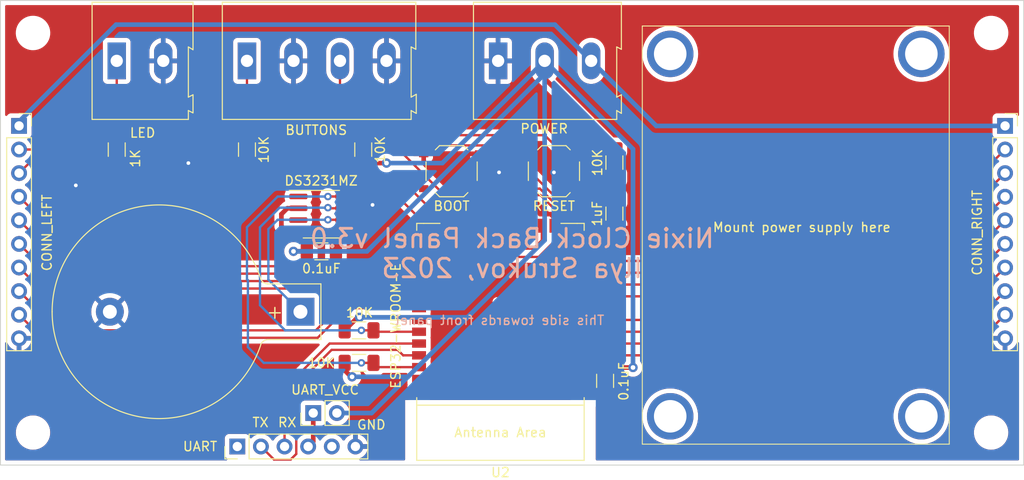
<source format=kicad_pcb>
(kicad_pcb (version 20221018) (generator pcbnew)
  (layers (0 "F.Cu" signal) (31 "B.Cu" signal) (34 "B.Paste" user) (35 "F.Paste" user) (36 "B.SilkS" user "B.Silkscreen") (37 "F.SilkS" user "F.Silkscreen") (38 "B.Mask" user) (39 "F.Mask" user) (44 "Edge.Cuts" user))
  (net 0 "")
  (net 1 "Net-(BT1-+)")
  (net 2 "GND")
  (net 3 "/RESET")
  (net 4 "+3.3V")
  (net 6 "/TXD")
  (net 7 "/RXD")
  (net 9 "/BTN1")
  (net 10 "/BTN2")
  (net 11 "Net-(J3-Pin_1)")
  (net 12 "+5V")
  (net 13 "/TUBE1A")
  (net 14 "/TUBE1B")
  (net 15 "/TUBE1C")
  (net 16 "/TUBE1D")
  (net 17 "/TUBE2A")
  (net 18 "/TUBE2B")
  (net 19 "/TUBE2C")
  (net 20 "/TUBE2D")
  (net 21 "/TUBE3A")
  (net 22 "/TUBE3B")
  (net 23 "/TUBE3C")
  (net 24 "/TUBE3D")
  (net 25 "/TUBE4A")
  (net 26 "/TUBE4B")
  (net 27 "/TUBE4C")
  (net 28 "/TUBE4D")
  (net 29 "/LED1")
  (net 30 "/SDA")
  (net 31 "/SCL")
  (net 32 "/BOOT")
  (net 37 "/UART_VCC")
  (footprint "Resistor_SMD:R_1206_3216Metric_Pad1.30x1.75mm_HandSolder" (layer "F.Cu") (at 89 66.05 90)
    (fp_text reference "R3" hide)
    (fp_text value "10K" (at 0 1.82 90) (layer "F.SilkS"))
    (fp_line (start -0.727064 -0.91) (end 0.727064 -0.91) (stroke (width 0.12)) (layer "F.SilkS"))
    (fp_line (start -0.727064 0.91) (end 0.727064 0.91) (stroke (width 0.12)) (layer "F.SilkS"))
    (pad "1" smd roundrect (at -1.55 0 90) (size 1.3 1.75) (layers "F.Cu" "F.Paste" "F.Mask") (roundrect_rratio 0.192308) (net 4 "+3.3V"))
    (pad "2" smd roundrect (at 1.55 0 90) (size 1.3 1.75) (layers "F.Cu" "F.Paste" "F.Mask") (roundrect_rratio 0.192308) (net 10 "/BTN2"))
  )
  (footprint "Resistor_SMD:R_1206_3216Metric_Pad1.30x1.75mm_HandSolder" (layer "F.Cu") (at 76.5 66.05 90)
    (fp_text reference "R2" hide)
    (fp_text value "10K" (at 0 1.82 90) (layer "F.SilkS"))
    (fp_line (start -0.727064 -0.91) (end 0.727064 -0.91) (stroke (width 0.12)) (layer "F.SilkS"))
    (fp_line (start -0.727064 0.91) (end 0.727064 0.91) (stroke (width 0.12)) (layer "F.SilkS"))
    (pad "1" smd roundrect (at -1.55 0 90) (size 1.3 1.75) (layers "F.Cu" "F.Paste" "F.Mask") (roundrect_rratio 0.192308) (net 4 "+3.3V"))
    (pad "2" smd roundrect (at 1.55 0 90) (size 1.3 1.75) (layers "F.Cu" "F.Paste" "F.Mask") (roundrect_rratio 0.192308) (net 9 "/BTN1"))
  )
  (footprint "Capacitor_SMD:C_1206_3216Metric_Pad1.33x1.80mm_HandSolder" (layer "F.Cu") (at 115 90.9375 -90)
    (fp_text reference "C3" hide)
    (fp_text value "0.1uF" (at 0.0625 -2 90) (layer "F.SilkS"))
    (fp_line (start -0.711252 -0.91) (end 0.711252 -0.91) (stroke (width 0.12)) (layer "F.SilkS"))
    (fp_line (start -0.711252 0.91) (end 0.711252 0.91) (stroke (width 0.12)) (layer "F.SilkS"))
    (pad "1" smd roundrect (at -1.5625 0 270) (size 1.325 1.8) (layers "F.Cu" "F.Paste" "F.Mask") (roundrect_rratio 0.188679) (net 4 "+3.3V"))
    (pad "2" smd roundrect (at 1.5625 0 270) (size 1.325 1.8) (layers "F.Cu" "F.Paste" "F.Mask") (roundrect_rratio 0.188679) (net 2 "GND"))
  )
  (footprint "Connector_PinSocket_2.54mm:PinSocket_1x10_P2.54mm_Vertical" (layer "F.Cu") (at 52 63.5)
    (fp_text reference "J5" hide)
    (fp_text value "CONN_LEFT" (at 3 11.5 90) (layer "F.SilkS"))
    (fp_line (start -1.33 1.27) (end -1.33 24.19) (stroke (width 0.12)) (layer "F.SilkS"))
    (fp_line (start -1.33 1.27) (end 1.33 1.27) (stroke (width 0.12)) (layer "F.SilkS"))
    (fp_line (start -1.33 24.19) (end 1.33 24.19) (stroke (width 0.12)) (layer "F.SilkS"))
    (fp_line (start 0 -1.33) (end 1.33 -1.33) (stroke (width 0.12)) (layer "F.SilkS"))
    (fp_line (start 1.33 -1.33) (end 1.33 0) (stroke (width 0.12)) (layer "F.SilkS"))
    (fp_line (start 1.33 1.27) (end 1.33 24.19) (stroke (width 0.12)) (layer "F.SilkS"))
    (pad "1" thru_hole rect (at 0 0) (size 1.7 1.7) (drill 1) (layers "*.Cu" "*.Mask") (net 12 "+5V"))
    (pad "2" thru_hole oval (at 0 2.54) (size 1.7 1.7) (drill 1) (layers "*.Cu" "*.Mask") (net 13 "/TUBE1A"))
    (pad "3" thru_hole oval (at 0 5.08) (size 1.7 1.7) (drill 1) (layers "*.Cu" "*.Mask") (net 14 "/TUBE1B"))
    (pad "4" thru_hole oval (at 0 7.62) (size 1.7 1.7) (drill 1) (layers "*.Cu" "*.Mask") (net 15 "/TUBE1C"))
    (pad "5" thru_hole oval (at 0 10.16) (size 1.7 1.7) (drill 1) (layers "*.Cu" "*.Mask") (net 16 "/TUBE1D"))
    (pad "6" thru_hole oval (at 0 12.7) (size 1.7 1.7) (drill 1) (layers "*.Cu" "*.Mask") (net 17 "/TUBE2A"))
    (pad "7" thru_hole oval (at 0 15.24) (size 1.7 1.7) (drill 1) (layers "*.Cu" "*.Mask") (net 18 "/TUBE2B"))
    (pad "8" thru_hole oval (at 0 17.78) (size 1.7 1.7) (drill 1) (layers "*.Cu" "*.Mask") (net 19 "/TUBE2C"))
    (pad "9" thru_hole oval (at 0 20.32) (size 1.7 1.7) (drill 1) (layers "*.Cu" "*.Mask") (net 20 "/TUBE2D"))
    (pad "10" thru_hole oval (at 0 22.86) (size 1.7 1.7) (drill 1) (layers "*.Cu" "*.Mask") (net 2 "GND"))
  )
  (footprint "Button_Switch_SMD:SW_Push_1P1T_XKB_TS-1187A" (layer "F.Cu") (at 109.5 68.375)
    (fp_text reference "SW2" hide)
    (fp_text value "RESET" (at 0 3.75) (layer "F.SilkS"))
    (fp_line (start -2.75 -1) (end -2.75 1) (stroke (width 0.12)) (layer "F.SilkS"))
    (fp_line (start -1.75 -2.3) (end -1.3 -2.75) (stroke (width 0.12)) (layer "F.SilkS"))
    (fp_line (start -1.75 2.3) (end -1.3 2.75) (stroke (width 0.12)) (layer "F.SilkS"))
    (fp_line (start -1.3 -2.75) (end 1.3 -2.75) (stroke (width 0.12)) (layer "F.SilkS"))
    (fp_line (start -1.3 2.75) (end 1.3 2.75) (stroke (width 0.12)) (layer "F.SilkS"))
    (fp_line (start 1.75 -2.3) (end 1.3 -2.75) (stroke (width 0.12)) (layer "F.SilkS"))
    (fp_line (start 1.75 2.3) (end 1.3 2.75) (stroke (width 0.12)) (layer "F.SilkS"))
    (fp_line (start 2.75 -1) (end 2.75 1) (stroke (width 0.12)) (layer "F.SilkS"))
    (pad "1" smd rect (at -3 -1.875) (size 1 0.75) (layers "F.Cu" "F.Paste" "F.Mask") (net 2 "GND"))
    (pad "1" smd rect (at 3 -1.875) (size 1 0.75) (layers "F.Cu" "F.Paste" "F.Mask") (net 2 "GND"))
    (pad "2" smd rect (at -3 1.875) (size 1 0.75) (layers "F.Cu" "F.Paste" "F.Mask") (net 3 "/RESET"))
    (pad "2" smd rect (at 3 1.875) (size 1 0.75) (layers "F.Cu" "F.Paste" "F.Mask") (net 3 "/RESET"))
  )
  (footprint "TerminalBlock:TerminalBlock_Altech_AK300-3_P5.00mm" (layer "F.Cu") (at 103.5 56.5)
    (fp_text reference "J4" hide)
    (fp_text value "POWER" (at 4.95 7.3) (layer "F.SilkS"))
    (fp_line (start -2.65 -6.3) (end -2.65 6.3) (stroke (width 0.12)) (layer "F.SilkS"))
    (fp_line (start -2.65 6.3) (end 12.75 6.3) (stroke (width 0.12)) (layer "F.SilkS"))
    (fp_line (start 12.75 -1.5) (end 13.25 -1.25) (stroke (width 0.12)) (layer "F.SilkS"))
    (fp_line (start 12.75 3.9) (end 12.75 -1.5) (stroke (width 0.12)) (layer "F.SilkS"))
    (fp_line (start 12.75 5.35) (end 13.25 5.65) (stroke (width 0.12)) (layer "F.SilkS"))
    (fp_line (start 12.75 6.3) (end 12.75 5.35) (stroke (width 0.12)) (layer "F.SilkS"))
    (fp_line (start 13.25 -6.3) (end -2.65 -6.3) (stroke (width 0.12)) (layer "F.SilkS"))
    (fp_line (start 13.25 -1.25) (end 13.25 -6.3) (stroke (width 0.12)) (layer "F.SilkS"))
    (fp_line (start 13.25 3.65) (end 12.75 3.9) (stroke (width 0.12)) (layer "F.SilkS"))
    (fp_line (start 13.25 5.65) (end 13.25 3.65) (stroke (width 0.12)) (layer "F.SilkS"))
    (pad "1" thru_hole rect (at 0 0) (size 1.98 3.96) (drill 1.32) (layers "*.Cu" "*.Mask") (net 2 "GND"))
    (pad "2" thru_hole oval (at 5 0) (size 1.98 3.96) (drill 1.32) (layers "*.Cu" "*.Mask") (net 4 "+3.3V"))
    (pad "3" thru_hole oval (at 10 0) (size 1.98 3.96) (drill 1.32) (layers "*.Cu" "*.Mask") (net 12 "+5V"))
  )
  (footprint "Connector_PinHeader_2.54mm:PinHeader_1x06_P2.54mm_Vertical" (layer "F.Cu") (at 75.46 98 90)
    (fp_text reference "J1" hide)
    (fp_text value "UART" (at 0 -4 180) (layer "F.SilkS"))
    (fp_line (start -1.33 -1.33) (end 0 -1.33) (stroke (width 0.12)) (layer "F.SilkS"))
    (fp_line (start -1.33 0) (end -1.33 -1.33) (stroke (width 0.12)) (layer "F.SilkS"))
    (fp_line (start -1.33 1.27) (end -1.33 14.03) (stroke (width 0.12)) (layer "F.SilkS"))
    (fp_line (start -1.33 1.27) (end 1.33 1.27) (stroke (width 0.12)) (layer "F.SilkS"))
    (fp_line (start -1.33 14.03) (end 1.33 14.03) (stroke (width 0.12)) (layer "F.SilkS"))
    (fp_line (start 1.33 1.27) (end 1.33 14.03) (stroke (width 0.12)) (layer "F.SilkS"))
    (pad "1" thru_hole rect (at 0 0 90) (size 1.7 1.7) (drill 1) (layers "*.Cu" "*.Mask"))
    (pad "2" thru_hole oval (at 0 2.54 90) (size 1.7 1.7) (drill 1) (layers "*.Cu" "*.Mask") (net 6 "/TXD"))
    (pad "3" thru_hole oval (at 0 5.08 90) (size 1.7 1.7) (drill 1) (layers "*.Cu" "*.Mask") (net 7 "/RXD"))
    (pad "4" thru_hole oval (at 0 7.62 90) (size 1.7 1.7) (drill 1) (layers "*.Cu" "*.Mask") (net 37 "/UART_VCC"))
    (pad "5" thru_hole oval (at 0 10.16 90) (size 1.7 1.7) (drill 1) (layers "*.Cu" "*.Mask"))
    (pad "6" thru_hole oval (at 0 12.7 90) (size 1.7 1.7) (drill 1) (layers "*.Cu" "*.Mask") (net 2 "GND"))
  )
  (footprint "MountingHole:MountingHole_3.2mm_M3" (layer "F.Cu") (at 156.5 96.5)
    (fp_text reference "REF**" hide)
    (fp_text value "MountingHole_3.2mm_M3" hide)
    (pad "" np_thru_hole circle (at 0 0) (size 3.2 3.2) (drill 3.2) (layers "F&B.Cu" "*.Mask"))
  )
  (footprint "MountingHole:MountingHole_3.2mm_M3" (layer "F.Cu") (at 156.5 53.5)
    (fp_text reference "REF**" hide)
    (fp_text value "MountingHole_3.2mm_M3" hide)
    (pad "" np_thru_hole circle (at 0 0) (size 3.2 3.2) (drill 3.2) (layers "F&B.Cu" "*.Mask"))
  )
  (footprint "TerminalBlock:TerminalBlock_Altech_AK300-4_P5.00mm" (layer "F.Cu") (at 76.5 56.5)
    (fp_text reference "J2" hide)
    (fp_text value "BUTTONS" (at 7.45 7.45) (layer "F.SilkS"))
    (fp_line (start -2.65 -6.3) (end 18.15 -6.3) (stroke (width 0.12)) (layer "F.SilkS"))
    (fp_line (start -2.65 6.3) (end -2.65 -6.3) (stroke (width 0.12)) (layer "F.SilkS"))
    (fp_line (start 17.65 -1.5) (end 17.65 3.9) (stroke (width 0.12)) (layer "F.SilkS"))
    (fp_line (start 17.65 3.9) (end 18.2 3.6) (stroke (width 0.12)) (layer "F.SilkS"))
    (fp_line (start 17.65 5.35) (end 17.65 6.3) (stroke (width 0.12)) (layer "F.SilkS"))
    (fp_line (start 17.65 6.3) (end -2.65 6.3) (stroke (width 0.12)) (layer "F.SilkS"))
    (fp_line (start 18.15 -6.3) (end 18.15 -1.25) (stroke (width 0.12)) (layer "F.SilkS"))
    (fp_line (start 18.15 -1.25) (end 17.65 -1.5) (stroke (width 0.12)) (layer "F.SilkS"))
    (fp_line (start 18.2 3.6) (end 18.2 5.65) (stroke (width 0.12)) (layer "F.SilkS"))
    (fp_line (start 18.2 5.65) (end 17.65 5.35) (stroke (width 0.12)) (layer "F.SilkS"))
    (pad "1" thru_hole rect (at 0 0) (size 1.98 3.96) (drill 1.32) (layers "*.Cu" "*.Mask") (net 9 "/BTN1"))
    (pad "2" thru_hole oval (at 5 0) (size 1.98 3.96) (drill 1.32) (layers "*.Cu" "*.Mask") (net 2 "GND"))
    (pad "3" thru_hole oval (at 10 0) (size 1.98 3.96) (drill 1.32) (layers "*.Cu" "*.Mask") (net 10 "/BTN2"))
    (pad "4" thru_hole oval (at 15 0) (size 1.98 3.96) (drill 1.32) (layers "*.Cu" "*.Mask") (net 2 "GND"))
  )
  (footprint "Resistor_SMD:R_1206_3216Metric_Pad1.30x1.75mm_HandSolder" (layer "F.Cu") (at 88.55 89)
    (fp_text reference "R7" hide)
    (fp_text value "10K" (at -4.05 0) (layer "F.SilkS"))
    (fp_line (start -0.727064 -0.91) (end 0.727064 -0.91) (stroke (width 0.12)) (layer "F.SilkS"))
    (fp_line (start -0.727064 0.91) (end 0.727064 0.91) (stroke (width 0.12)) (layer "F.SilkS"))
    (pad "1" smd roundrect (at -1.55 0) (size 1.3 1.75) (layers "F.Cu" "F.Paste" "F.Mask") (roundrect_rratio 0.192308) (net 4 "+3.3V"))
    (pad "2" smd roundrect (at 1.55 0) (size 1.3 1.75) (layers "F.Cu" "F.Paste" "F.Mask") (roundrect_rratio 0.192308) (net 31 "/SCL"))
  )
  (footprint "nixie_clock:HV_PSU_EXT_V3" (layer "F.Cu") (at 135.5 75.25 90)
    (fp_text reference "REF**" hide)
    (fp_text value "HV_PSU_EXT_V3")
    (fp_line (start -22.5 -16.5) (end 22.5 -16.5) (stroke (width 0.1)) (layer "F.SilkS"))
    (fp_line (start -22.5 16.5) (end -22.5 -16.5) (stroke (width 0.1)) (layer "F.SilkS"))
    (fp_line (start 22.5 -16.5) (end 22.5 16.5) (stroke (width 0.1)) (layer "F.SilkS"))
    (fp_line (start 22.5 16.5) (end -22.5 16.5) (stroke (width 0.1)) (layer "F.SilkS"))
    (pad "" np_thru_hole circle (at -19.5 -13.5 90) (size 5 5) (drill 3.5) (layers "*.Cu" "*.Mask"))
    (pad "" np_thru_hole circle (at -19.5 13.5 90) (size 5 5) (drill 3.5) (layers "*.Cu" "*.Mask"))
    (pad "" np_thru_hole circle (at 19.5 -13.5 90) (size 5 5) (drill 3.5) (layers "*.Cu" "*.Mask"))
    (pad "" np_thru_hole circle (at 19.5 13.5 90) (size 5 5) (drill 3.5) (layers "*.Cu" "*.Mask"))
  )
  (footprint "Resistor_SMD:R_1206_3216Metric_Pad1.30x1.75mm_HandSolder" (layer "F.Cu") (at 62.5 66.05 -90)
    (fp_text reference "R4" hide)
    (fp_text value "1K" (at 0.95 -2 90) (layer "F.SilkS"))
    (fp_line (start -0.727064 -0.91) (end 0.727064 -0.91) (stroke (width 0.12)) (layer "F.SilkS"))
    (fp_line (start -0.727064 0.91) (end 0.727064 0.91) (stroke (width 0.12)) (layer "F.SilkS"))
    (pad "1" smd roundrect (at -1.55 0 270) (size 1.3 1.75) (layers "F.Cu" "F.Paste" "F.Mask") (roundrect_rratio 0.192308) (net 11 "Net-(J3-Pin_1)"))
    (pad "2" smd roundrect (at 1.55 0 270) (size 1.3 1.75) (layers "F.Cu" "F.Paste" "F.Mask") (roundrect_rratio 0.192308) (net 29 "/LED1"))
  )
  (footprint "Resistor_SMD:R_1206_3216Metric_Pad1.30x1.75mm_HandSolder" (layer "F.Cu") (at 116 67.45 -90)
    (fp_text reference "R1" hide)
    (fp_text value "10K" (at 0 1.82 90) (layer "F.SilkS"))
    (fp_line (start -0.727064 -0.91) (end 0.727064 -0.91) (stroke (width 0.12)) (layer "F.SilkS"))
    (fp_line (start -0.727064 0.91) (end 0.727064 0.91) (stroke (width 0.12)) (layer "F.SilkS"))
    (pad "1" smd roundrect (at -1.55 0 270) (size 1.3 1.75) (layers "F.Cu" "F.Paste" "F.Mask") (roundrect_rratio 0.192308) (net 4 "+3.3V"))
    (pad "2" smd roundrect (at 1.55 0 270) (size 1.3 1.75) (layers "F.Cu" "F.Paste" "F.Mask") (roundrect_rratio 0.192308) (net 3 "/RESET"))
  )
  (footprint "TerminalBlock:TerminalBlock_Altech_AK300-2_P5.00mm" (layer "F.Cu") (at 62.5 56.5)
    (fp_text reference "J3" hide)
    (fp_text value "LED" (at 2.78 7.75) (layer "F.SilkS"))
    (fp_line (start -2.65 -6.3) (end -2.65 6.3) (stroke (width 0.12)) (layer "F.SilkS"))
    (fp_line (start -2.65 6.3) (end 7.7 6.3) (stroke (width 0.12)) (layer "F.SilkS"))
    (fp_line (start 7.7 -1.5) (end 8.2 -1.2) (stroke (width 0.12)) (layer "F.SilkS"))
    (fp_line (start 7.7 3.9) (end 7.7 -1.5) (stroke (width 0.12)) (layer "F.SilkS"))
    (fp_line (start 7.7 5.35) (end 8.2 5.6) (stroke (width 0.12)) (layer "F.SilkS"))
    (fp_line (start 7.7 6.3) (end 7.7 5.35) (stroke (width 0.12)) (layer "F.SilkS"))
    (fp_line (start 8.2 -6.3) (end -2.65 -6.3) (stroke (width 0.12)) (layer "F.SilkS"))
    (fp_line (start 8.2 -1.2) (end 8.2 -6.3) (stroke (width 0.12)) (layer "F.SilkS"))
    (fp_line (start 8.2 3.65) (end 7.7 3.9) (stroke (width 0.12)) (layer "F.SilkS"))
    (fp_line (start 8.2 3.7) (end 8.2 3.65) (stroke (width 0.12)) (layer "F.SilkS"))
    (fp_line (start 8.2 5.6) (end 8.2 3.7) (stroke (width 0.12)) (layer "F.SilkS"))
    (pad "1" thru_hole rect (at 0 0) (size 1.98 3.96) (drill 1.32) (layers "*.Cu" "*.Mask") (net 11 "Net-(J3-Pin_1)"))
    (pad "2" thru_hole oval (at 5 0) (size 1.98 3.96) (drill 1.32) (layers "*.Cu" "*.Mask") (net 2 "GND"))
  )
  (footprint "Connector_PinSocket_2.54mm:PinSocket_1x10_P2.54mm_Vertical" (layer "F.Cu") (at 158 63.5)
    (fp_text reference "J6" hide)
    (fp_text value "CONN_RIGHT" (at -3 11.5 90) (layer "F.SilkS"))
    (fp_line (start -1.33 1.27) (end -1.33 24.19) (stroke (width 0.12)) (layer "F.SilkS"))
    (fp_line (start -1.33 1.27) (end 1.33 1.27) (stroke (width 0.12)) (layer "F.SilkS"))
    (fp_line (start -1.33 24.19) (end 1.33 24.19) (stroke (width 0.12)) (layer "F.SilkS"))
    (fp_line (start 0 -1.33) (end 1.33 -1.33) (stroke (width 0.12)) (layer "F.SilkS"))
    (fp_line (start 1.33 -1.33) (end 1.33 0) (stroke (width 0.12)) (layer "F.SilkS"))
    (fp_line (start 1.33 1.27) (end 1.33 24.19) (stroke (width 0.12)) (layer "F.SilkS"))
    (pad "1" thru_hole rect (at 0 0) (size 1.7 1.7) (drill 1) (layers "*.Cu" "*.Mask") (net 12 "+5V"))
    (pad "2" thru_hole oval (at 0 2.54) (size 1.7 1.7) (drill 1) (layers "*.Cu" "*.Mask") (net 21 "/TUBE3A"))
    (pad "3" thru_hole oval (at 0 5.08) (size 1.7 1.7) (drill 1) (layers "*.Cu" "*.Mask") (net 22 "/TUBE3B"))
    (pad "4" thru_hole oval (at 0 7.62) (size 1.7 1.7) (drill 1) (layers "*.Cu" "*.Mask") (net 23 "/TUBE3C"))
    (pad "5" thru_hole oval (at 0 10.16) (size 1.7 1.7) (drill 1) (layers "*.Cu" "*.Mask") (net 24 "/TUBE3D"))
    (pad "6" thru_hole oval (at 0 12.7) (size 1.7 1.7) (drill 1) (layers "*.Cu" "*.Mask") (net 25 "/TUBE4A"))
    (pad "7" thru_hole oval (at 0 15.24) (size 1.7 1.7) (drill 1) (layers "*.Cu" "*.Mask") (net 26 "/TUBE4B"))
    (pad "8" thru_hole oval (at 0 17.78) (size 1.7 1.7) (drill 1) (layers "*.Cu" "*.Mask") (net 27 "/TUBE4C"))
    (pad "9" thru_hole oval (at 0 20.32) (size 1.7 1.7) (drill 1) (layers "*.Cu" "*.Mask") (net 28 "/TUBE4D"))
    (pad "10" thru_hole oval (at 0 22.86) (size 1.7 1.7) (drill 1) (layers "*.Cu" "*.Mask") (net 2 "GND"))
  )
  (footprint "MountingHole:MountingHole_3.2mm_M3" (layer "F.Cu") (at 53.5 96.5)
    (fp_text reference "REF**" hide)
    (fp_text value "MountingHole_3.2mm_M3" hide)
    (pad "" np_thru_hole circle (at 0 0) (size 3.2 3.2) (drill 3.2) (layers "F&B.Cu" "*.Mask"))
  )
  (footprint "MountingHole:MountingHole_3.2mm_M3" (layer "F.Cu") (at 53.5 53.5)
    (fp_text reference "REF**" hide)
    (fp_text value "MountingHole_3.2mm_M3" hide)
    (pad "" np_thru_hole circle (at 0 0) (size 3.2 3.2) (drill 3.2) (layers "*.Cu" "*.Mask"))
  )
  (footprint "Connector_PinHeader_2.54mm:PinHeader_1x02_P2.54mm_Vertical" (layer "F.Cu") (at 83.625 94.4 90)
    (fp_text reference "JP1" hide)
    (fp_text value "UART_VCC" (at 2.5 1.275) (layer "F.SilkS"))
    (fp_line (start -1.33 -1.33) (end 0 -1.33) (stroke (width 0.12)) (layer "F.SilkS"))
    (fp_line (start -1.33 0) (end -1.33 -1.33) (stroke (width 0.12)) (layer "F.SilkS"))
    (fp_line (start -1.33 1.27) (end -1.33 3.87) (stroke (width 0.12)) (layer "F.SilkS"))
    (fp_line (start -1.33 1.27) (end 1.33 1.27) (stroke (width 0.12)) (layer "F.SilkS"))
    (fp_line (start -1.33 3.87) (end 1.33 3.87) (stroke (width 0.12)) (layer "F.SilkS"))
    (fp_line (start 1.33 1.27) (end 1.33 3.87) (stroke (width 0.12)) (layer "F.SilkS"))
    (pad "1" thru_hole rect (at 0 0 90) (size 1.7 1.7) (drill 1) (layers "*.Cu" "*.Mask") (net 37 "/UART_VCC"))
    (pad "2" thru_hole oval (at 0 2.54 90) (size 1.7 1.7) (drill 1) (layers "*.Cu" "*.Mask") (net 4 "+3.3V"))
  )
  (footprint "Resistor_SMD:R_1206_3216Metric_Pad1.30x1.75mm_HandSolder" (layer "F.Cu") (at 88.55 85.5)
    (fp_text reference "R6" hide)
    (fp_text value "10K" (at 0.05 -1.9) (layer "F.SilkS"))
    (fp_line (start -0.727064 -0.91) (end 0.727064 -0.91) (stroke (width 0.12)) (layer "F.SilkS"))
    (fp_line (start -0.727064 0.91) (end 0.727064 0.91) (stroke (width 0.12)) (layer "F.SilkS"))
    (pad "1" smd roundrect (at -1.55 0) (size 1.3 1.75) (layers "F.Cu" "F.Paste" "F.Mask") (roundrect_rratio 0.192308) (net 4 "+3.3V"))
    (pad "2" smd roundrect (at 1.55 0) (size 1.3 1.75) (layers "F.Cu" "F.Paste" "F.Mask") (roundrect_rratio 0.192308) (net 30 "/SDA"))
  )
  (footprint "Package_SO:SOIC-8_3.9x4.9mm_P1.27mm" (layer "F.Cu") (at 84.5 73)
    (fp_text reference "U1" hide)
    (fp_text value "DS3231MZ" (at -0.025 -3.595) (layer "F.SilkS"))
    (fp_line (start 0 -2.56) (end -3.45 -2.56) (stroke (width 0.12)) (layer "F.SilkS"))
    (fp_line (start 0 -2.56) (end 1.95 -2.56) (stroke (width 0.12)) (layer "F.SilkS"))
    (fp_line (start 0 2.56) (end -1.95 2.56) (stroke (width 0.12)) (layer "F.SilkS"))
    (fp_line (start 0 2.56) (end 1.95 2.56) (stroke (width 0.12)) (layer "F.SilkS"))
    (pad "1" smd roundrect (at -2.475 -1.905) (size 1.95 0.6) (layers "F.Cu" "F.Paste" "F.Mask"))
    (pad "2" smd roundrect (at -2.475 -0.635) (size 1.95 0.6) (layers "F.Cu" "F.Paste" "F.Mask") (net 4 "+3.3V"))
    (pad "3" smd roundrect (at -2.475 0.635) (size 1.95 0.6) (layers "F.Cu" "F.Paste" "F.Mask"))
    (pad "4" smd roundrect (at -2.475 1.905) (size 1.95 0.6) (layers "F.Cu" "F.Paste" "F.Mask") (net 4 "+3.3V"))
    (pad "5" smd roundrect (at 2.475 1.905) (size 1.95 0.6) (layers "F.Cu" "F.Paste" "F.Mask") (net 2 "GND"))
    (pad "6" smd roundrect (at 2.475 0.635) (size 1.95 0.6) (layers "F.Cu" "F.Paste" "F.Mask") (net 1 "Net-(BT1-+)"))
    (pad "7" smd roundrect (at 2.475 -0.635) (size 1.95 0.6) (layers "F.Cu" "F.Paste" "F.Mask") (net 30 "/SDA"))
    (pad "8" smd roundrect (at 2.475 -1.905) (size 1.95 0.6) (layers "F.Cu" "F.Paste" "F.Mask") (net 31 "/SCL"))
  )
  (footprint "Battery:BatteryHolder_Keystone_103_1x20mm" (layer "F.Cu") (at 82.250001 83.500001 180)
    (fp_text reference "BT1" hide)
    (fp_text value "BAK")
    (fp_text user "+" (at 2.75 0) (layer "F.SilkS") (effects (font (size 1.5 1.5))))
    (fp_line (start -2.2 -3) (end 3.5 -3) (stroke (width 0.12)) (layer "F.SilkS"))
    (fp_line (start -2.2 3) (end -2.2 -3) (stroke (width 0.12)) (layer "F.SilkS"))
    (fp_line (start -2.2 3) (end 3.5 3) (stroke (width 0.12)) (layer "F.SilkS"))
    (fp_arc (start 3.5 3) (mid 3.950694 3.136459) (end 4.25 3.5) (stroke (width 0.12)) (layer "F.SilkS"))
    (fp_arc (start 4.25 -3.5) (mid 3.950694 -3.136459) (end 3.5 -3) (stroke (width 0.12)) (layer "F.SilkS"))
    (fp_arc (start 4.25 -3.5) (mid 16.971103 -11.358466) (end 26.695671 0) (stroke (width 0.12)) (layer "F.SilkS"))
    (fp_arc (start 26.695671 0) (mid 16.971103 11.358466) (end 4.25 3.5) (stroke (width 0.12)) (layer "F.SilkS"))
    (pad "1" thru_hole rect (at 0 0 180) (size 3 3) (drill 1.5) (layers "*.Cu" "*.Mask") (net 1 "Net-(BT1-+)"))
    (pad "2" thru_hole circle (at 20.49 0 180) (size 3 3) (drill 1.5) (layers "*.Cu" "*.Mask") (net 2 "GND"))
  )
  (footprint "Espressif:ESP32-WROOM-32E" (layer "F.Cu") (at 103.75 84.99 180)
    (fp_text reference "U2" (at 0 -15.8) (layer "F.SilkS"))
    (fp_text value "ESP32-WROOM-E" (at 11.25 -0.01 90) (layer "F.SilkS"))
    (fp_text user "Antenna Area" (at 0 -11.5) (layer "F.SilkS"))
    (fp_line (start -9 -14.5) (end -9 -7.75) (stroke (width 0.12)) (layer "F.SilkS"))
    (fp_line (start -9 -14.5) (end 9 -14.5) (stroke (width 0.12)) (layer "F.SilkS"))
    (fp_line (start -9 10.25) (end -9 11) (stroke (width 0.12)) (layer "F.SilkS"))
    (fp_line (start -9 11) (end -8.25 11) (stroke (width 0.12)) (layer "F.SilkS"))
    (fp_line (start -8.25 11) (end -6.5 11) (stroke (width 0.12)) (layer "F.SilkS"))
    (fp_line (start 8.25 11) (end 6.5 11) (stroke (width 0.12)) (layer "F.SilkS"))
    (fp_line (start 9 -14.5) (end 9 -7.75) (stroke (width 0.12)) (layer "F.SilkS"))
    (fp_line (start 9 -8.56) (end -9 -8.56) (stroke (width 0.12)) (layer "F.SilkS"))
    (fp_line (start 9 10.25) (end 9 11) (stroke (width 0.12)) (layer "F.SilkS"))
    (fp_line (start 9 11) (end 8.25 11) (stroke (width 0.12)) (layer "F.SilkS"))
    (pad "1" smd rect (at -8.75 -7.01 180) (size 1.5 0.9) (layers "F.Cu" "F.Paste" "F.Mask") (net 2 "GND"))
    (pad "2" smd rect (at -8.75 -5.74 180) (size 1.5 0.9) (layers "F.Cu" "F.Paste" "F.Mask") (net 4 "+3.3V"))
    (pad "3" smd rect (at -8.75 -4.47 180) (size 1.5 0.9) (layers "F.Cu" "F.Paste" "F.Mask") (net 3 "/RESET"))
    (pad "4" smd rect (at -8.75 -3.2 180) (size 1.5 0.9) (layers "F.Cu" "F.Paste" "F.Mask") (net 28 "/TUBE4D"))
    (pad "5" smd rect (at -8.75 -1.93 180) (size 1.5 0.9) (layers "F.Cu" "F.Paste" "F.Mask") (net 27 "/TUBE4C"))
    (pad "6" smd rect (at -8.75 -0.66 180) (size 1.5 0.9) (layers "F.Cu" "F.Paste" "F.Mask") (net 26 "/TUBE4B"))
    (pad "7" smd rect (at -8.75 0.61 180) (size 1.5 0.9) (layers "F.Cu" "F.Paste" "F.Mask") (net 25 "/TUBE4A"))
    (pad "8" smd rect (at -8.75 1.88 180) (size 1.5 0.9) (layers "F.Cu" "F.Paste" "F.Mask"))
    (pad "9" smd rect (at -8.75 3.15 180) (size 1.5 0.9) (layers "F.Cu" "F.Paste" "F.Mask") (net 24 "/TUBE3D"))
    (pad "10" smd rect (at -8.75 4.42 180) (size 1.5 0.9) (layers "F.Cu" "F.Paste" "F.Mask") (net 23 "/TUBE3C"))
    (pad "11" smd rect (at -8.75 5.69 180) (size 1.5 0.9) (layers "F.Cu" "F.Paste" "F.Mask") (net 22 "/TUBE3B"))
    (pad "12" smd rect (at -8.75 6.96 180) (size 1.5 0.9) (layers "F.Cu" "F.Paste" "F.Mask") (net 21 "/TUBE3A"))
    (pad "13" smd rect (at -8.75 8.23 180) (size 1.5 0.9) (layers "F.Cu" "F.Paste" "F.Mask") (net 10 "/BTN2"))
    (pad "14" smd rect (at -8.75 9.5 180) (size 1.5 0.9) (layers "F.Cu" "F.Paste" "F.Mask") (net 9 "/BTN1"))
    (pad "15" smd rect (at -5.72 10.75 270) (size 1.5 0.9) (layers "F.Cu" "F.Paste" "F.Mask") (net 2 "GND"))
    (pad "16" smd rect (at -4.45 10.75 270) (size 1.5 0.9) (layers "F.Cu" "F.Paste" "F.Mask") (net 29 "/LED1"))
    (pad "17" smd rect (at -3.18 10.75 270) (size 1.5 0.9) (layers "F.Cu" "F.Paste" "F.Mask"))
    (pad "18" smd rect (at -1.91 10.75 270) (size 1.5 0.9) (layers "F.Cu" "F.Paste" "F.Mask"))
    (pad "19" smd rect (at -0.64 10.75 270) (size 1.5 0.9) (layers "F.Cu" "F.Paste" "F.Mask"))
    (pad "20" smd rect (at 0.63 10.75 270) (size 1.5 0.9) (layers "F.Cu" "F.Paste" "F.Mask"))
    (pad "21" smd rect (at 1.9 10.75 270) (size 1.5 0.9) (layers "F.Cu" "F.Paste" "F.Mask"))
    (pad "22" smd rect (at 3.17 10.75 270) (size 1.5 0.9) (layers "F.Cu" "F.Paste" "F.Mask"))
    (pad "23" smd rect (at 4.44 10.75 270) (size 1.5 0.9) (layers "F.Cu" "F.Paste" "F.Mask") (net 13 "/TUBE1A"))
    (pad "24" smd rect (at 5.71 10.75 270) (size 1.5 0.9) (layers "F.Cu" "F.Paste" "F.Mask") (net 14 "/TUBE1B"))
    (pad "25" smd rect (at 8.75 9.5) (size 1.5 0.9) (layers "F.Cu" "F.Paste" "F.Mask") (net 32 "/BOOT"))
    (pad "26" smd rect (at 8.75 8.23) (size 1.5 0.9) (layers "F.Cu" "F.Paste" "F.Mask") (net 15 "/TUBE1C"))
    (pad "27" smd rect (at 8.75 6.96) (size 1.5 0.9) (layers "F.Cu" "F.Paste" "F.Mask") (net 16 "/TUBE1D"))
    (pad "28" smd rect (at 8.75 5.69) (size 1.5 0.9) (layers "F.Cu" "F.Paste" "F.Mask") (net 17 "/TUBE2A"))
    (pad "29" smd rect (at 8.75 4.42) (size 1.5 0.9) (layers "F.Cu" "F.Paste" "F.Mask") (net 18 "/TUBE2B"))
    (pad "30" smd rect (at 8.75 3.15) (size 1.5 0.9) (layers "F.Cu" "F.Paste" "F.Mask") (net 19 "/TUBE2C"))
    (pad "31" smd rect (at 8.75 1.88) (size 1.5 0.9) (layers "F.Cu" "F.Paste" "F.Mask") (net 20 "/TUBE2D"))
    (pad "32" smd rect (at 8.75 0.61) (size 1.5 0.9) (layers "F.Cu" "F.Paste" "F.Mask"))
    (pad "33" smd rect (at 8.75 -0.66) (size 1.5 0.9) (layers "F.Cu" "F.Paste" "F.Mask") (net 30 "/SDA"))
    (pad "34" smd rect (at 8.75 -1.93) (size 1.5 0.9) (layers "F.Cu" "F.Paste" "F.Mask") (net 7 "/RXD"))
    (pad "35" smd rect (at 8.75 -3.2) (size 1.5 0.9) (layers "F.Cu" "F.Paste" "F.Mask") (net 6 "/TXD"))
    (pad "36" smd rect (at 8.75 -4.47) (size 1.5 0.9) (layers "F.Cu" "F.Paste" "F.Mask") (net 31 "/SCL"))
    (pad "37" smd rect (at 8.75 -5.74) (size 1.5 0.9) (layers "F.Cu" "F.Paste" "F.Mask"))
    (pad "38" smd rect (at 8.75 -7.01) (size 1.5 0.9) (layers "F.Cu" "F.Paste" "F.Mask") (net 2 "GND"))
    (pad "39" smd rect (at -2.9 -0.69) (size 0.9 0.9) (layers "F.Cu" "F.Paste" "F.Mask") (net 2 "GND"))
    (pad "39" smd rect (at -2.9 0.71) (size 0.9 0.9) (layers "F.Cu" "F.Paste" "F.Mask") (net 2 "GND"))
    (pad "39" smd rect (at -2.9 2.11) (size 0.9 0.9) (layers "F.Cu" "F.Paste" "F.Mask") (net 2 "GND"))
    (pad "39" smd rect (at -1.5 -0.69) (size 0.9 0.9) (layers "F.Cu" "F.Paste" "F.Mask") (net 2 "GND"))
    (pad "39" smd rect (at -1.5 0.71) (size 0.9 0.9) (layers "F.Cu" "F.Paste" "F.Mask") (net 2 "GND"))
    (pad "39" smd rect (at -1.5 2.11) (size 0.9 0.9) (layers "F.Cu" "F.Paste" "F.Mask") (net 2 "GND"))
    (pad "39" smd rect (at -0.1 -0.69) (size 0.9 0.9) (layers "F.Cu" "F.Paste" "F.Mask") (net 2 "GND"))
    (pad "39" smd rect (at -0.1 0.71) (size 0.9 0.9) (layers "F.Cu" "F.Paste" "F.Mask") (net 2 "GND"))
    (pad "39" smd rect (at -0.1 2.11) (size 0.9 0.9) (layers "F.Cu" "F.Paste" "F.Mask") (net 2 "GND"))
  )
  (footprint "Capacitor_SMD:C_1206_3216Metric_Pad1.33x1.80mm_HandSolder" (layer "F.Cu") (at 116 72.9375 -90)
    (fp_text reference "C1" hide)
    (fp_text value "1uF" (at 0 1.85 90) (layer "F.SilkS"))
    (fp_line (start -0.711252 -0.91) (end 0.711252 -0.91) (stroke (width 0.12)) (layer "F.SilkS"))
    (fp_line (start -0.711252 0.91) (end 0.711252 0.91) (stroke (width 0.12)) (layer "F.SilkS"))
    (pad "1" smd roundrect (at -1.5625 0 270) (size 1.325 1.8) (layers "F.Cu" "F.Paste" "F.Mask") (roundrect_rratio 0.188679) (net 3 "/RESET"))
    (pad "2" smd roundrect (at 1.5625 0 270) (size 1.325 1.8) (layers "F.Cu" "F.Paste" "F.Mask") (roundrect_rratio 0.188679) (net 2 "GND"))
  )
  (footprint "Button_Switch_SMD:SW_Push_1P1T_XKB_TS-1187A" (layer "F.Cu") (at 98.5 68.375)
    (fp_text reference "SW1" hide)
    (fp_text value "BOOT" (at 0 3.75) (layer "F.SilkS"))
    (fp_line (start -2.75 -1) (end -2.75 1) (stroke (width 0.12)) (layer "F.SilkS"))
    (fp_line (start -1.75 -2.3) (end -1.3 -2.75) (stroke (width 0.12)) (layer "F.SilkS"))
    (fp_line (start -1.75 2.3) (end -1.3 2.75) (stroke (width 0.12)) (layer "F.SilkS"))
    (fp_line (start -1.3 -2.75) (end 1.3 -2.75) (stroke (width 0.12)) (layer "F.SilkS"))
    (fp_line (start -1.3 2.75) (end 1.3 2.75) (stroke (width 0.12)) (layer "F.SilkS"))
    (fp_line (start 1.75 -2.3) (end 1.3 -2.75) (stroke (width 0.12)) (layer "F.SilkS"))
    (fp_line (start 1.75 2.3) (end 1.3 2.75) (stroke (width 0.12)) (layer "F.SilkS"))
    (fp_line (start 2.75 -1) (end 2.75 1) (stroke (width 0.12)) (layer "F.SilkS"))
    (pad "1" smd rect (at -3 -1.875) (size 1 0.75) (layers "F.Cu" "F.Paste" "F.Mask") (net 2 "GND"))
    (pad "1" smd rect (at 3 -1.875) (size 1 0.75) (layers "F.Cu" "F.Paste" "F.Mask") (net 2 "GND"))
    (pad "2" smd rect (at -3 1.875) (size 1 0.75) (layers "F.Cu" "F.Paste" "F.Mask") (net 32 "/BOOT"))
    (pad "2" smd rect (at 3 1.875) (size 1 0.75) (layers "F.Cu" "F.Paste" "F.Mask") (net 32 "/BOOT"))
  )
  (footprint "Capacitor_SMD:C_1206_3216Metric_Pad1.33x1.80mm_HandSolder" (layer "F.Cu") (at 84.5 77)
    (fp_text reference "C4" hide)
    (fp_text value "0.1uF" (at 0 1.85) (layer "F.SilkS"))
    (fp_line (start -0.711252 -0.91) (end 0.711252 -0.91) (stroke (width 0.12)) (layer "F.SilkS"))
    (fp_line (start -0.711252 0.91) (end 0.711252 0.91) (stroke (width 0.12)) (layer "F.SilkS"))
    (pad "1" smd roundrect (at -1.5625 0) (size 1.325 1.8) (layers "F.Cu" "F.Paste" "F.Mask") (roundrect_rratio 0.188679) (net 4 "+3.3V"))
    (pad "2" smd roundrect (at 1.5625 0) (size 1.325 1.8) (layers "F.Cu" "F.Paste" "F.Mask") (roundrect_rratio 0.188679) (net 2 "GND"))
  )
  (gr_rect (start 50 50) (end 160 100) (stroke (width 0.1)) (fill none) (layer "Edge.Cuts"))
  (gr_text "This side towards front panel" (at 115 85) (layer "B.SilkS") (effects (font (size 1 1)) (justify left bottom mirror)))
  (gr_text "Nixie Clock Back Panel v3.0\nIlya Strukov, 2023" (at 105 80) (layer "B.SilkS") (effects (font (size 2 2) (thickness 0.3)) (justify bottom mirror)))
  (gr_text "Mount power supply here" (at 126.5 75) (layer "F.SilkS") (effects (font (size 1 1)) (justify left bottom)))
  (gr_text "RX" (at 79.75 96) (layer "F.SilkS") (effects (font (size 1 1)) (justify left bottom)))
  (gr_text "GND" (at 88.25 96.25) (layer "F.SilkS") (effects (font (size 1 1)) (justify left bottom)))
  (gr_text "TX" (at 77 96) (layer "F.SilkS") (effects (font (size 1 1)) (justify left bottom)))
  (segment (start 86.94 73.6) (end 86.975 73.635) (width 0.25) (layer "F.Cu") (net 1))
  (segment (start 85.2 73.6) (end 86.94 73.6) (width 0.25) (layer "F.Cu") (net 1))
  (via (at 85.2 73.6) (size 0.8) (drill 0.4) (layers "F.Cu" "B.Cu") (net 1))
  (segment (start 78.8 80.05) (end 78.8 74.6) (width 0.25) (layer "B.Cu") (net 1))
  (segment (start 79.8 73.6) (end 85.2 73.6) (width 0.25) (layer "B.Cu") (net 1))
  (segment (start 82.250001 83.500001) (end 78.8 80.05) (width 0.25) (layer "B.Cu") (net 1))
  (segment (start 78.8 74.6) (end 79.8 73.6) (width 0.25) (layer "B.Cu") (net 1))
  (segment (start 112.5 92) (end 114.5 92) (width 0.5) (layer "F.Cu") (net 2))
  (segment (start 86.0625 77) (end 86.0625 75.8175) (width 0.5) (layer "F.Cu") (net 2))
  (segment (start 109.47 74.24) (end 109.47 73.31) (width 0.5) (layer "F.Cu") (net 2))
  (segment (start 86.0625 75.8175) (end 86.975 74.905) (width 0.5) (layer "F.Cu") (net 2))
  (segment (start 109.15 72.99) (end 108 72.99) (width 0.5) (layer "F.Cu") (net 2))
  (segment (start 109.47 73.31) (end 109.15 72.99) (width 0.5) (layer "F.Cu") (net 2))
  (segment (start 114.5 92) (end 115 92.5) (width 0.5) (layer "F.Cu") (net 2))
  (via (at 109.5 68.5) (size 0.8) (drill 0.4) (layers "F.Cu" "B.Cu") (net 2))
  (via (at 70.2 67.5) (size 0.8) (drill 0.4) (layers "F.Cu" "B.Cu") (net 2))
  (via (at 90 72) (size 0.8) (drill 0.4) (layers "F.Cu" "B.Cu") (net 2))
  (via (at 58.1 69.9) (size 0.8) (drill 0.4) (layers "F.Cu" "B.Cu") (net 2))
  (via (at 103.6 68.5) (size 0.8) (drill 0.4) (layers "F.Cu" "B.Cu") (net 2))
  (segment (start 106.5 70.25) (end 107.986396 70.25) (width 0.25) (layer "F.Cu") (net 3))
  (segment (start 112.5 70.25) (end 114.875 70.25) (width 0.25) (layer "F.Cu") (net 3))
  (segment (start 114.875 70.25) (end 116 71.375) (width 0.25) (layer "F.Cu") (net 3))
  (segment (start 107.986396 70.25) (end 111.1 73.363604) (width 0.25) (layer "F.Cu") (net 3))
  (segment (start 111.5 89.46) (end 112.5 89.46) (width 0.25) (layer "F.Cu") (net 3))
  (segment (start 111.1 89.06) (end 111.5 89.46) (width 0.25) (layer "F.Cu") (net 3))
  (segment (start 111.1 73.363604) (end 111.1 89.06) (width 0.25) (layer "F.Cu") (net 3))
  (segment (start 116 71.375) (end 116 69) (width 0.25) (layer "F.Cu") (net 3))
  (segment (start 115.125 89.5) (end 115 89.375) (width 0.5) (layer "F.Cu") (net 4))
  (segment (start 80.2 74.3) (end 80.2 73) (width 0.5) (layer "F.Cu") (net 4))
  (segment (start 82.9375 77) (end 82.9375 75.8175) (width 0.5) (layer "F.Cu") (net 4))
  (segment (start 89.1 67.5) (end 89 67.6) (width 0.5) (layer "F.Cu") (net 4))
  (segment (start 80.2 73) (end 80.835 72.365) (width 0.5) (layer "F.Cu") (net 4))
  (segment (start 82.9375 75.8175) (end 82.025 74.905) (width 0.5) (layer "F.Cu") (net 4))
  (segment (start 81.5 77) (end 82.9375 77) (width 0.5) (layer "F.Cu") (net 4))
  (segment (start 80.805 74.905) (end 80.2 74.3) (width 0.5) (layer "F.Cu") (net 4))
  (segment (start 108.5 56.5) (end 108.5 58.4) (width 0.5) (layer "F.Cu") (net 4))
  (segment (start 89 67.6) (end 76.5 67.6) (width 0.5) (layer "F.Cu") (net 4))
  (segment (start 87 89.8) (end 87 89) (width 0.5) (layer "F.Cu") (net 4))
  (segment (start 82.025 74.905) (end 80.805 74.905) (width 0.5) (layer "F.Cu") (net 4))
  (segment (start 87.8 90.5) (end 87.7 90.5) (width 0.5) (layer "F.Cu") (net 4))
  (segment (start 113.645 90.73) (end 115 89.375) (width 0.5) (layer "F.Cu") (net 4))
  (segment (start 112.5 90.73) (end 113.645 90.73) (width 0.5) (layer "F.Cu") (net 4))
  (segment (start 88.4 84.1) (end 87 85.5) (width 0.5) (layer "F.Cu") (net 4))
  (segment (start 87.7 90.5) (end 87 89.8) (width 0.5) (layer "F.Cu") (net 4))
  (segment (start 91.5 67.5) (end 89.1 67.5) (width 0.5) (layer "F.Cu") (net 4))
  (segment (start 108.5 58.4) (end 116 65.9) (width 0.5) (layer "F.Cu") (net 4))
  (segment (start 80.835 72.365) (end 82.025 72.365) (width 0.5) (layer "F.Cu") (net 4))
  (segment (start 118 89.5) (end 115.125 89.5) (width 0.5) (layer "F.Cu") (net 4))
  (segment (start 88.6 84.1) (end 88.4 84.1) (width 0.5) (layer "F.Cu") (net 4))
  (via (at 81.5 77) (size 1) (drill 0.5) (layers "F.Cu" "B.Cu") (net 4))
  (via (at 87.8 90.5) (size 1) (drill 0.5) (layers "F.Cu" "B.Cu") (net 4))
  (via (at 91.5 67.5) (size 1) (drill 0.5) (layers "F.Cu" "B.Cu") (net 4))
  (via (at 88.6 84.1) (size 1) (drill 0.5) (layers "F.Cu" "B.Cu") (net 4))
  (via (at 118 89.5) (size 1) (drill 0.5) (layers "F.Cu" "B.Cu") (net 4))
  (segment (start 108.5 57.9) (end 108.5 56.5) (width 0.5) (layer "B.Cu") (net 4))
  (segment (start 100.2 84.1) (end 88.6 84.1) (width 0.5) (layer "B.Cu") (net 4))
  (segment (start 118 66) (end 118 89.5) (width 0.5) (layer "B.Cu") (net 4))
  (segment (start 108.5 56.5) (end 97.5 67.5) (width 0.5) (layer "B.Cu") (net 4))
  (segment (start 86.165 94.4) (end 89.9 94.4) (width 0.5) (layer "B.Cu") (net 4))
  (segment (start 108.5 56.5) (end 118 66) (width 0.5) (layer "B.Cu") (net 4))
  (segment (start 97.5 67.5) (end 91.5 67.5) (width 0.5) (layer "B.Cu") (net 4))
  (segment (start 81.5 77) (end 89.4 77) (width 0.5) (layer "B.Cu") (net 4))
  (segment (start 93.95 90.35) (end 100.2 84.1) (width 0.5) (layer "B.Cu") (net 4))
  (segment (start 108.5 75.8) (end 108.5 56.5) (width 0.5) (layer "B.Cu") (net 4))
  (segment (start 93.95 90.35) (end 93.8 90.5) (width 0.5) (layer "B.Cu") (net 4))
  (segment (start 100.2 84.1) (end 108.5 75.8) (width 0.5) (layer "B.Cu") (net 4))
  (segment (start 89.9 94.4) (end 93.95 90.35) (width 0.5) (layer "B.Cu") (net 4))
  (segment (start 93.8 90.5) (end 87.8 90.5) (width 0.5) (layer "B.Cu") (net 4))
  (segment (start 89.4 77) (end 108.5 57.9) (width 0.5) (layer "B.Cu") (net 4))
  (segment (start 85.6 87.6) (end 92.7 87.6) (width 0.25) (layer "F.Cu") (net 6))
  (segment (start 81.8 91.4) (end 85.6 87.6) (width 0.25) (layer "F.Cu") (net 6))
  (segment (start 93.29 88.19) (end 95 88.19) (width 0.25) (layer "F.Cu") (net 6))
  (segment (start 78 98) (end 79.4 99.4) (width 0.25) (layer "F.Cu") (net 6))
  (segment (start 79.4 99.4) (end 81.2 99.4) (width 0.25) (layer "F.Cu") (net 6))
  (segment (start 92.7 87.6) (end 93.29 88.19) (width 0.25) (layer "F.Cu") (net 6))
  (segment (start 81.2 99.4) (end 81.8 98.8) (width 0.25) (layer "F.Cu") (net 6))
  (segment (start 81.8 98.8) (end 81.8 91.4) (width 0.25) (layer "F.Cu") (net 6))
  (segment (start 95 86.92) (end 85.38 86.92) (width 0.25) (layer "F.Cu") (net 7))
  (segment (start 80.54 91.76) (end 80.54 98) (width 0.25) (layer "F.Cu") (net 7))
  (segment (start 85.38 86.92) (end 80.54 91.76) (width 0.25) (layer "F.Cu") (net 7))
  (segment (start 76.5 64.5) (end 76.5 56.5) (width 0.25) (layer "F.Cu") (net 9))
  (segment (start 77.6 65.6) (end 76.5 64.5) (width 0.25) (layer "F.Cu") (net 9))
  (segment (start 112.5 74) (end 104.1 65.6) (width 0.25) (layer "F.Cu") (net 9))
  (segment (start 104.1 65.6) (end 77.6 65.6) (width 0.25) (layer "F.Cu") (net 9))
  (segment (start 112.5 75.49) (end 112.5 74) (width 0.25) (layer "F.Cu") (net 9))
  (segment (start 111.4 67.4) (end 108.5 64.5) (width 0.25) (layer "F.Cu") (net 10))
  (segment (start 89 64.5) (end 86.5 62) (width 0.25) (layer "F.Cu") (net 10))
  (segment (start 113.08 76.76) (end 113.575 76.265) (width 0.25) (layer "F.Cu") (net 10))
  (segment (start 112.5 76.76) (end 113.08 76.76) (width 0.25) (layer "F.Cu") (net 10))
  (segment (start 111.4 72.1) (end 111.4 67.4) (width 0.25) (layer "F.Cu") (net 10))
  (segment (start 113.575 76.265) (end 113.575 74.275) (width 0.25) (layer "F.Cu") (net 10))
  (segment (start 108.5 64.5) (end 89 64.5) (width 0.25) (layer "F.Cu") (net 10))
  (segment (start 86.5 62) (end 86.5 56.5) (width 0.25) (layer "F.Cu") (net 10))
  (segment (start 113.575 74.275) (end 111.4 72.1) (width 0.25) (layer "F.Cu") (net 10))
  (segment (start 62.5 56.5) (end 62.5 64.5) (width 0.25) (layer "F.Cu") (net 11))
  (segment (start 62.43 52.6) (end 52 63.03) (width 0.5) (layer "B.Cu") (net 12))
  (segment (start 120.5 63.5) (end 158 63.5) (width 0.5) (layer "B.Cu") (net 12))
  (segment (start 109.6 52.6) (end 62.43 52.6) (width 0.5) (layer "B.Cu") (net 12))
  (segment (start 52 63.03) (end 52 63.5) (width 0.5) (layer "B.Cu") (net 12))
  (segment (start 113.5 56.5) (end 120.5 63.5) (width 0.5) (layer "B.Cu") (net 12))
  (segment (start 113.5 56.5) (end 109.6 52.6) (width 0.5) (layer "B.Cu") (net 12))
  (segment (start 99.31 72.535) (end 92.975 66.2) (width 0.25) (layer "F.Cu") (net 13))
  (segment (start 63.576396 66.04) (end 52 66.04) (width 0.25) (layer "F.Cu") (net 13))
  (segment (start 63.736396 66.2) (end 63.576396 66.04) (width 0.25) (layer "F.Cu") (net 13))
  (segment (start 92.975 66.2) (end 63.736396 66.2) (width 0.25) (layer "F.Cu") (net 13))
  (segment (start 99.31 74.24) (end 99.31 72.535) (width 0.25) (layer "F.Cu") (net 13))
  (segment (start 92.8 69) (end 65.9 69) (width 0.25) (layer "F.Cu") (net 14))
  (segment (start 98.04 74.24) (end 92.8 69) (width 0.25) (layer "F.Cu") (net 14))
  (segment (start 65.9 69) (end 63.525 66.625) (width 0.25) (layer "F.Cu") (net 14))
  (segment (start 63.525 66.625) (end 53.955 66.625) (width 0.25) (layer "F.Cu") (net 14))
  (segment (start 53.955 66.625) (end 52 68.58) (width 0.25) (layer "F.Cu") (net 14))
  (segment (start 92.604442 78.6) (end 59.48 78.6) (width 0.25) (layer "F.Cu") (net 15))
  (segment (start 94.444442 76.76) (end 92.604442 78.6) (width 0.25) (layer "F.Cu") (net 15))
  (segment (start 95 76.76) (end 94.444442 76.76) (width 0.25) (layer "F.Cu") (net 15))
  (segment (start 59.48 78.6) (end 52 71.12) (width 0.25) (layer "F.Cu") (net 15))
  (segment (start 93.05 79.4) (end 57.74 79.4) (width 0.25) (layer "F.Cu") (net 16))
  (segment (start 57.74 79.4) (end 52 73.66) (width 0.25) (layer "F.Cu") (net 16))
  (segment (start 95 78.03) (end 94.42 78.03) (width 0.25) (layer "F.Cu") (net 16))
  (segment (start 94.42 78.03) (end 93.05 79.4) (width 0.25) (layer "F.Cu") (net 16))
  (segment (start 95 79.3) (end 94.42 79.3) (width 0.25) (layer "F.Cu") (net 17))
  (segment (start 93.52 80.2) (end 56 80.2) (width 0.25) (layer "F.Cu") (net 17))
  (segment (start 56 80.2) (end 52 76.2) (width 0.25) (layer "F.Cu") (net 17))
  (segment (start 94.42 79.3) (end 93.52 80.2) (width 0.25) (layer "F.Cu") (net 17))
  (segment (start 54.26 81) (end 52 78.74) (width 0.25) (layer "F.Cu") (net 18))
  (segment (start 95 80.57) (end 94.57 81) (width 0.25) (layer "F.Cu") (net 18))
  (segment (start 94.57 81) (end 54.26 81) (width 0.25) (layer "F.Cu") (net 18))
  (segment (start 52 81.28) (end 56.22 85.5) (width 0.25) (layer "F.Cu") (net 19))
  (segment (start 83.9 85.5) (end 87.56 81.84) (width 0.25) (layer "F.Cu") (net 19))
  (segment (start 56.22 85.5) (end 83.9 85.5) (width 0.25) (layer "F.Cu") (net 19))
  (segment (start 87.56 81.84) (end 95 81.84) (width 0.25) (layer "F.Cu") (net 19))
  (segment (start 84.1 86.3) (end 87.29 83.11) (width 0.25) (layer "F.Cu") (net 20))
  (segment (start 87.29 83.11) (end 95 83.11) (width 0.25) (layer "F.Cu") (net 20))
  (segment (start 54.48 86.3) (end 84.1 86.3) (width 0.25) (layer "F.Cu") (net 20))
  (segment (start 52 83.82) (end 54.48 86.3) (width 0.25) (layer "F.Cu") (net 20))
  (segment (start 112.5 78.03) (end 146.01 78.03) (width 0.25) (layer "F.Cu") (net 21))
  (segment (start 146.01 78.03) (end 158 66.04) (width 0.25) (layer "F.Cu") (net 21))
  (segment (start 147.28 79.3) (end 158 68.58) (width 0.25) (layer "F.Cu") (net 22))
  (segment (start 112.5 79.3) (end 147.28 79.3) (width 0.25) (layer "F.Cu") (net 22))
  (segment (start 148.55 80.57) (end 158 71.12) (width 0.25) (layer "F.Cu") (net 23))
  (segment (start 112.5 80.57) (end 148.55 80.57) (width 0.25) (layer "F.Cu") (net 23))
  (segment (start 149.82 81.84) (end 158 73.66) (width 0.25) (layer "F.Cu") (net 24))
  (segment (start 112.5 81.84) (end 149.82 81.84) (width 0.25) (layer "F.Cu") (net 24))
  (segment (start 112.5 84.38) (end 149.82 84.38) (width 0.25) (layer "F.Cu") (net 25))
  (segment (start 149.82 84.38) (end 158 76.2) (width 0.25) (layer "F.Cu") (net 25))
  (segment (start 151.09 85.65) (end 158 78.74) (width 0.25) (layer "F.Cu") (net 26))
  (segment (start 112.5 85.65) (end 151.09 85.65) (width 0.25) (layer "F.Cu") (net 26))
  (segment (start 158 81.28) (end 152.36 86.92) (width 0.25) (layer "F.Cu") (net 27))
  (segment (start 152.36 86.92) (end 112.5 86.92) (width 0.25) (layer "F.Cu") (net 27))
  (segment (start 153.63 88.19) (end 158 83.82) (width 0.25) (layer "F.Cu") (net 28))
  (segment (start 112.5 88.19) (end 153.63 88.19) (width 0.25) (layer "F.Cu") (net 28))
  (segment (start 107.3 76.7) (end 108.2 75.8) (width 0.25) (layer "F.Cu") (net 29))
  (segment (start 98.3 76.7) (end 107.3 76.7) (width 0.25) (layer "F.Cu") (net 29))
  (segment (start 108.2 75.8) (end 108.2 74.24) (width 0.25) (layer "F.Cu") (net 29))
  (segment (start 64.7 69.8) (end 91.4 69.8) (width 0.25) (layer "F.Cu") (net 29))
  (segment (start 91.4 69.8) (end 98.3 76.7) (width 0.25) (layer "F.Cu") (net 29))
  (segment (start 62.5 67.6) (end 64.7 69.8) (width 0.25) (layer "F.Cu") (net 29))
  (segment (start 88.8 85.5) (end 90.1 85.5) (width 0.25) (layer "F.Cu") (net 30))
  (segment (start 85.265 72.365) (end 85.2 72.3) (width 0.25) (layer "F.Cu") (net 30))
  (segment (start 95 85.65) (end 90.25 85.65) (width 0.25) (layer "F.Cu") (net 30))
  (segment (start 86.975 72.365) (end 85.265 72.365) (width 0.25) (layer "F.Cu") (net 30))
  (segment (start 90.25 85.65) (end 90.1 85.5) (width 0.25) (layer "F.Cu") (net 30))
  (via (at 88.8 85.5) (size 0.8) (drill 0.4) (layers "F.Cu" "B.Cu") (net 30))
  (via (at 85.2 72.3) (size 0.8) (drill 0.4) (layers "F.Cu" "B.Cu") (net 30))
  (segment (start 80 72.3) (end 77.9 74.4) (width 0.25) (layer "B.Cu") (net 30))
  (segment (start 85.2 72.3) (end 80 72.3) (width 0.25) (layer "B.Cu") (net 30))
  (segment (start 77.9 81.9) (end 77.9 82.8) (width 0.25) (layer "B.Cu") (net 30))
  (segment (start 80.6 85.5) (end 88.8 85.5) (width 0.25) (layer "B.Cu") (net 30))
  (segment (start 77.9 74.4) (end 77.9 81.9) (width 0.25) (layer "B.Cu") (net 30))
  (segment (start 77.9 82.8) (end 80.6 85.5) (width 0.25) (layer "B.Cu") (net 30))
  (segment (start 85.205 71.095) (end 85.2 71.1) (width 0.25) (layer "F.Cu") (net 31))
  (segment (start 86.975 71.095) (end 85.205 71.095) (width 0.25) (layer "F.Cu") (net 31))
  (segment (start 88.8 89) (end 90.1 89) (width 0.25) (layer "F.Cu") (net 31))
  (segment (start 90.56 89.46) (end 90.1 89) (width 0.25) (layer "F.Cu") (net 31))
  (segment (start 95 89.46) (end 90.56 89.46) (width 0.25) (layer "F.Cu") (net 31))
  (via (at 88.8 89) (size 0.8) (drill 0.4) (layers "F.Cu" "B.Cu") (net 31))
  (via (at 85.2 71.1) (size 0.8) (drill 0.4) (layers "F.Cu" "B.Cu") (net 31))
  (segment (start 76.6 80.1) (end 76.6 87.3) (width 0.25) (layer "B.Cu") (net 31))
  (segment (start 77.4 88.1) (end 78.3 89) (width 0.25) (layer "B.Cu") (net 31))
  (segment (start 85.2 71.1) (end 79.8 71.1) (width 0.25) (layer "B.Cu") (net 31))
  (segment (start 76.5 74.4) (end 76.5 80) (width 0.25) (layer "B.Cu") (net 31))
  (segment (start 79.8 71.1) (end 76.5 74.4) (width 0.25) (layer "B.Cu") (net 31))
  (segment (start 78.3 89) (end 88.8 89) (width 0.25) (layer "B.Cu") (net 31))
  (segment (start 76.5 80) (end 76.6 80.1) (width 0.25) (layer "B.Cu") (net 31))
  (segment (start 76.6 87.3) (end 77.4 88.1) (width 0.25) (layer "B.Cu") (net 31))
  (segment (start 107.865 77.6) (end 97.7 77.6) (width 0.25) (layer "F.Cu") (net 32))
  (segment (start 101.5 70.25) (end 102.2 70.95) (width 0.25) (layer "F.Cu") (net 32))
  (segment (start 97.7 77.6) (end 95.59 75.49) (width 0.25) (layer "F.Cu") (net 32))
  (segment (start 102.2 70.95) (end 108.05 70.95) (width 0.25) (layer "F.Cu") (net 32))
  (segment (start 110.6 74.865) (end 107.865 77.6) (width 0.25) (layer "F.Cu") (net 32))
  (segment (start 95.59 75.49) (end 95 75.49) (width 0.25) (layer "F.Cu") (net 32))
  (segment (start 110.6 73.5) (end 110.6 74.865) (width 0.25) (layer "F.Cu") (net 32))
  (segment (start 108.05 70.95) (end 110.6 73.5) (width 0.25) (layer "F.Cu") (net 32))
  (segment (start 83.08 94.945) (end 83.625 94.4) (width 0.25) (layer "F.Cu") (net 37))
  (segment (start 83.625 94.4) (end 83.625 97.455) (width 0.5) (layer "F.Cu") (net 37))
  (segment (start 83.625 97.455) (end 83.08 98) (width 0.5) (layer "F.Cu") (net 37))
  (zone (net 2) (net_name "GND") (layers "F&B.Cu") (connect_pads (clearance 0.5)) (min_thickness 0.25) (fill yes (thermal_gap 0.5) (thermal_bridge_width 0.5))
    (polygon (pts (xy 50.5 50.5) (xy 159.5 50.5) (xy 159.5 99.5) (xy 50.5 99.5)))
  )
  (zone (net 0) (net_name "") (layers "F&B.Cu" "Edge.Cuts") (connect_pads (clearance 0)) (min_thickness 0.25)
    (keepout (tracks not_allowed) (vias not_allowed) (pads not_allowed) (copperpour not_allowed) (footprints allowed))
    (fill (thermal_gap 0.5) (thermal_bridge_width 0.5))
    (polygon (pts (xy 93.5 100) (xy 93.5 93) (xy 114 93) (xy 114 100)))
  )
)
</source>
